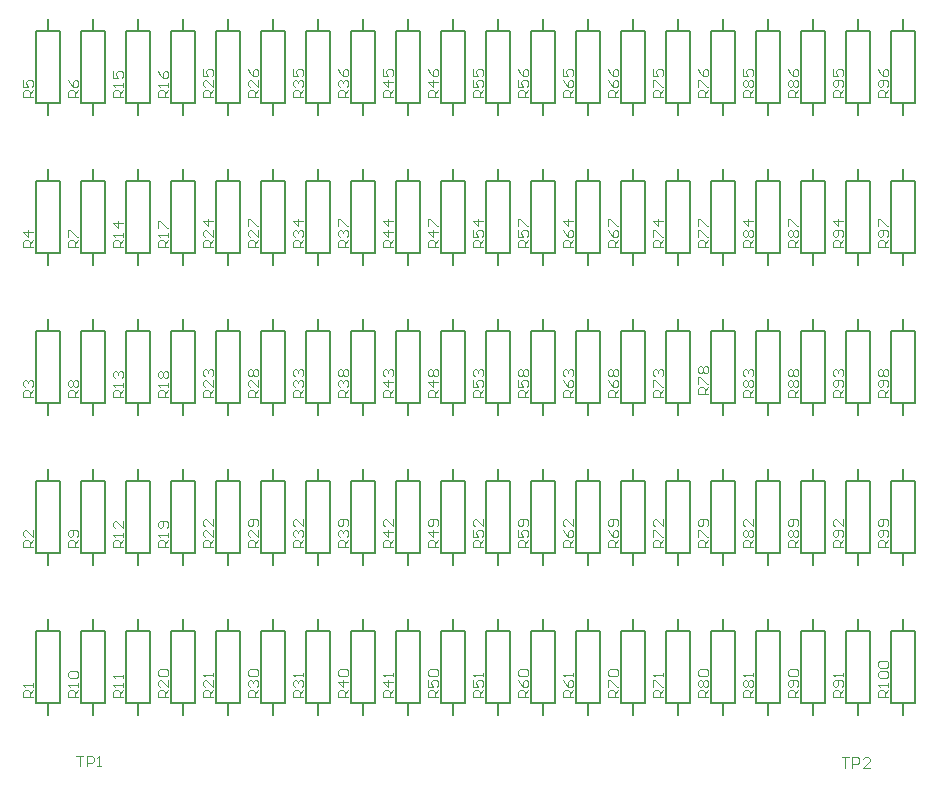
<source format=gto>
%FSLAX25Y25*%
%MOIN*%
G70*
G01*
G75*
%ADD10C,0.05500*%
G04:AMPARAMS|DCode=11|XSize=118.11mil|YSize=118.11mil|CornerRadius=29.53mil|HoleSize=0mil|Usage=FLASHONLY|Rotation=270.000|XOffset=0mil|YOffset=0mil|HoleType=Round|Shape=RoundedRectangle|*
%AMROUNDEDRECTD11*
21,1,0.11811,0.05906,0,0,270.0*
21,1,0.05906,0.11811,0,0,270.0*
1,1,0.05906,-0.02953,-0.02953*
1,1,0.05906,-0.02953,0.02953*
1,1,0.05906,0.02953,0.02953*
1,1,0.05906,0.02953,-0.02953*
%
%ADD11ROUNDEDRECTD11*%
%ADD12C,0.05512*%
%ADD13C,0.00787*%
%ADD14C,0.00400*%
D13*
X254685Y27307D02*
Y31307D01*
Y55307D02*
Y59307D01*
X250685Y31307D02*
Y55307D01*
Y31307D02*
X258685D01*
Y55307D01*
X250685D02*
X258685D01*
X254685Y77307D02*
Y81307D01*
Y105307D02*
Y109307D01*
X250685Y81307D02*
Y105307D01*
Y81307D02*
X258685D01*
Y105307D01*
X250685D02*
X258685D01*
X254685Y127307D02*
Y131307D01*
Y155307D02*
Y159307D01*
X250685Y131307D02*
Y155307D01*
Y131307D02*
X258685D01*
Y155307D01*
X250685D02*
X258685D01*
X254685Y177307D02*
Y181307D01*
Y205307D02*
Y209307D01*
X250685Y181307D02*
Y205307D01*
Y181307D02*
X258685D01*
Y205307D01*
X250685D02*
X258685D01*
X254685Y227307D02*
Y231307D01*
Y255307D02*
Y259307D01*
X250685Y231307D02*
Y255307D01*
Y231307D02*
X258685D01*
Y255307D01*
X250685D02*
X258685D01*
X269685D02*
Y259307D01*
Y227307D02*
Y231307D01*
X273685D02*
Y255307D01*
X265685D02*
X273685D01*
X265685Y231307D02*
Y255307D01*
Y231307D02*
X273685D01*
X269685Y205307D02*
Y209307D01*
Y177307D02*
Y181307D01*
X273685D02*
Y205307D01*
X265685D02*
X273685D01*
X265685Y181307D02*
Y205307D01*
Y181307D02*
X273685D01*
X269685Y155307D02*
Y159307D01*
Y127307D02*
Y131307D01*
X273685D02*
Y155307D01*
X265685D02*
X273685D01*
X265685Y131307D02*
Y155307D01*
Y131307D02*
X273685D01*
X269685Y105307D02*
Y109307D01*
Y77307D02*
Y81307D01*
X273685D02*
Y105307D01*
X265685D02*
X273685D01*
X265685Y81307D02*
Y105307D01*
Y81307D02*
X273685D01*
X269685Y55307D02*
Y59307D01*
Y27307D02*
Y31307D01*
X273685D02*
Y55307D01*
X265685D02*
X273685D01*
X265685Y31307D02*
Y55307D01*
Y31307D02*
X273685D01*
X284685Y27307D02*
Y31307D01*
Y55307D02*
Y59307D01*
X280685Y31307D02*
Y55307D01*
Y31307D02*
X288685D01*
Y55307D01*
X280685D02*
X288685D01*
X284685Y77307D02*
Y81307D01*
Y105307D02*
Y109307D01*
X280685Y81307D02*
Y105307D01*
Y81307D02*
X288685D01*
Y105307D01*
X280685D02*
X288685D01*
X284685Y127307D02*
Y131307D01*
Y155307D02*
Y159307D01*
X280685Y131307D02*
Y155307D01*
Y131307D02*
X288685D01*
Y155307D01*
X280685D02*
X288685D01*
X284685Y177307D02*
Y181307D01*
Y205307D02*
Y209307D01*
X280685Y181307D02*
Y205307D01*
Y181307D02*
X288685D01*
Y205307D01*
X280685D02*
X288685D01*
X284685Y227307D02*
Y231307D01*
Y255307D02*
Y259307D01*
X280685Y231307D02*
Y255307D01*
Y231307D02*
X288685D01*
Y255307D01*
X280685D02*
X288685D01*
X299685D02*
Y259307D01*
Y227307D02*
Y231307D01*
X303685D02*
Y255307D01*
X295685D02*
X303685D01*
X295685Y231307D02*
Y255307D01*
Y231307D02*
X303685D01*
X299685Y205307D02*
Y209307D01*
Y177307D02*
Y181307D01*
X303685D02*
Y205307D01*
X295685D02*
X303685D01*
X295685Y181307D02*
Y205307D01*
Y181307D02*
X303685D01*
X299685Y155307D02*
Y159307D01*
Y127307D02*
Y131307D01*
X303685D02*
Y155307D01*
X295685D02*
X303685D01*
X295685Y131307D02*
Y155307D01*
Y131307D02*
X303685D01*
X299685Y105307D02*
Y109307D01*
Y77307D02*
Y81307D01*
X303685D02*
Y105307D01*
X295685D02*
X303685D01*
X295685Y81307D02*
Y105307D01*
Y81307D02*
X303685D01*
X299685Y55307D02*
Y59307D01*
Y27307D02*
Y31307D01*
X303685D02*
Y55307D01*
X295685D02*
X303685D01*
X295685Y31307D02*
Y55307D01*
Y31307D02*
X303685D01*
X194685Y27307D02*
Y31307D01*
Y55307D02*
Y59307D01*
X190685Y31307D02*
Y55307D01*
Y31307D02*
X198685D01*
Y55307D01*
X190685D02*
X198685D01*
X194685Y77307D02*
Y81307D01*
Y105307D02*
Y109307D01*
X190685Y81307D02*
Y105307D01*
Y81307D02*
X198685D01*
Y105307D01*
X190685D02*
X198685D01*
X194685Y127307D02*
Y131307D01*
Y155307D02*
Y159307D01*
X190685Y131307D02*
Y155307D01*
Y131307D02*
X198685D01*
Y155307D01*
X190685D02*
X198685D01*
X194685Y177307D02*
Y181307D01*
Y205307D02*
Y209307D01*
X190685Y181307D02*
Y205307D01*
Y181307D02*
X198685D01*
Y205307D01*
X190685D02*
X198685D01*
X194685Y227307D02*
Y231307D01*
Y255307D02*
Y259307D01*
X190685Y231307D02*
Y255307D01*
Y231307D02*
X198685D01*
Y255307D01*
X190685D02*
X198685D01*
X209685D02*
Y259307D01*
Y227307D02*
Y231307D01*
X213685D02*
Y255307D01*
X205685D02*
X213685D01*
X205685Y231307D02*
Y255307D01*
Y231307D02*
X213685D01*
X209685Y205307D02*
Y209307D01*
Y177307D02*
Y181307D01*
X213685D02*
Y205307D01*
X205685D02*
X213685D01*
X205685Y181307D02*
Y205307D01*
Y181307D02*
X213685D01*
X209685Y155307D02*
Y159307D01*
Y127307D02*
Y131307D01*
X213685D02*
Y155307D01*
X205685D02*
X213685D01*
X205685Y131307D02*
Y155307D01*
Y131307D02*
X213685D01*
X209685Y105307D02*
Y109307D01*
Y77307D02*
Y81307D01*
X213685D02*
Y105307D01*
X205685D02*
X213685D01*
X205685Y81307D02*
Y105307D01*
Y81307D02*
X213685D01*
X209685Y55307D02*
Y59307D01*
Y27307D02*
Y31307D01*
X213685D02*
Y55307D01*
X205685D02*
X213685D01*
X205685Y31307D02*
Y55307D01*
Y31307D02*
X213685D01*
X224685Y27307D02*
Y31307D01*
Y55307D02*
Y59307D01*
X220685Y31307D02*
Y55307D01*
Y31307D02*
X228685D01*
Y55307D01*
X220685D02*
X228685D01*
X224685Y77307D02*
Y81307D01*
Y105307D02*
Y109307D01*
X220685Y81307D02*
Y105307D01*
Y81307D02*
X228685D01*
Y105307D01*
X220685D02*
X228685D01*
X224685Y127307D02*
Y131307D01*
Y155307D02*
Y159307D01*
X220685Y131307D02*
Y155307D01*
Y131307D02*
X228685D01*
Y155307D01*
X220685D02*
X228685D01*
X224685Y177307D02*
Y181307D01*
Y205307D02*
Y209307D01*
X220685Y181307D02*
Y205307D01*
Y181307D02*
X228685D01*
Y205307D01*
X220685D02*
X228685D01*
X224685Y227307D02*
Y231307D01*
Y255307D02*
Y259307D01*
X220685Y231307D02*
Y255307D01*
Y231307D02*
X228685D01*
Y255307D01*
X220685D02*
X228685D01*
X239685D02*
Y259307D01*
Y227307D02*
Y231307D01*
X243685D02*
Y255307D01*
X235685D02*
X243685D01*
X235685Y231307D02*
Y255307D01*
Y231307D02*
X243685D01*
X239685Y205307D02*
Y209307D01*
Y177307D02*
Y181307D01*
X243685D02*
Y205307D01*
X235685D02*
X243685D01*
X235685Y181307D02*
Y205307D01*
Y181307D02*
X243685D01*
X239685Y155307D02*
Y159307D01*
Y127307D02*
Y131307D01*
X243685D02*
Y155307D01*
X235685D02*
X243685D01*
X235685Y131307D02*
Y155307D01*
Y131307D02*
X243685D01*
X239685Y105307D02*
Y109307D01*
Y77307D02*
Y81307D01*
X243685D02*
Y105307D01*
X235685D02*
X243685D01*
X235685Y81307D02*
Y105307D01*
Y81307D02*
X243685D01*
X239685Y55307D02*
Y59307D01*
Y27307D02*
Y31307D01*
X243685D02*
Y55307D01*
X235685D02*
X243685D01*
X235685Y31307D02*
Y55307D01*
Y31307D02*
X243685D01*
X134685Y27307D02*
Y31307D01*
Y55307D02*
Y59307D01*
X130685Y31307D02*
Y55307D01*
Y31307D02*
X138685D01*
Y55307D01*
X130685D02*
X138685D01*
X134685Y77307D02*
Y81307D01*
Y105307D02*
Y109307D01*
X130685Y81307D02*
Y105307D01*
Y81307D02*
X138685D01*
Y105307D01*
X130685D02*
X138685D01*
X134685Y127307D02*
Y131307D01*
Y155307D02*
Y159307D01*
X130685Y131307D02*
Y155307D01*
Y131307D02*
X138685D01*
Y155307D01*
X130685D02*
X138685D01*
X134685Y177307D02*
Y181307D01*
Y205307D02*
Y209307D01*
X130685Y181307D02*
Y205307D01*
Y181307D02*
X138685D01*
Y205307D01*
X130685D02*
X138685D01*
X134685Y227307D02*
Y231307D01*
Y255307D02*
Y259307D01*
X130685Y231307D02*
Y255307D01*
Y231307D02*
X138685D01*
Y255307D01*
X130685D02*
X138685D01*
X149685D02*
Y259307D01*
Y227307D02*
Y231307D01*
X153685D02*
Y255307D01*
X145685D02*
X153685D01*
X145685Y231307D02*
Y255307D01*
Y231307D02*
X153685D01*
X149685Y205307D02*
Y209307D01*
Y177307D02*
Y181307D01*
X153685D02*
Y205307D01*
X145685D02*
X153685D01*
X145685Y181307D02*
Y205307D01*
Y181307D02*
X153685D01*
X149685Y155307D02*
Y159307D01*
Y127307D02*
Y131307D01*
X153685D02*
Y155307D01*
X145685D02*
X153685D01*
X145685Y131307D02*
Y155307D01*
Y131307D02*
X153685D01*
X149685Y105307D02*
Y109307D01*
Y77307D02*
Y81307D01*
X153685D02*
Y105307D01*
X145685D02*
X153685D01*
X145685Y81307D02*
Y105307D01*
Y81307D02*
X153685D01*
X149685Y55307D02*
Y59307D01*
Y27307D02*
Y31307D01*
X153685D02*
Y55307D01*
X145685D02*
X153685D01*
X145685Y31307D02*
Y55307D01*
Y31307D02*
X153685D01*
X164685Y27307D02*
Y31307D01*
Y55307D02*
Y59307D01*
X160685Y31307D02*
Y55307D01*
Y31307D02*
X168685D01*
Y55307D01*
X160685D02*
X168685D01*
X164685Y77307D02*
Y81307D01*
Y105307D02*
Y109307D01*
X160685Y81307D02*
Y105307D01*
Y81307D02*
X168685D01*
Y105307D01*
X160685D02*
X168685D01*
X164685Y127307D02*
Y131307D01*
Y155307D02*
Y159307D01*
X160685Y131307D02*
Y155307D01*
Y131307D02*
X168685D01*
Y155307D01*
X160685D02*
X168685D01*
X164685Y177307D02*
Y181307D01*
Y205307D02*
Y209307D01*
X160685Y181307D02*
Y205307D01*
Y181307D02*
X168685D01*
Y205307D01*
X160685D02*
X168685D01*
X164685Y227307D02*
Y231307D01*
Y255307D02*
Y259307D01*
X160685Y231307D02*
Y255307D01*
Y231307D02*
X168685D01*
Y255307D01*
X160685D02*
X168685D01*
X179685D02*
Y259307D01*
Y227307D02*
Y231307D01*
X183685D02*
Y255307D01*
X175685D02*
X183685D01*
X175685Y231307D02*
Y255307D01*
Y231307D02*
X183685D01*
X179685Y205307D02*
Y209307D01*
Y177307D02*
Y181307D01*
X183685D02*
Y205307D01*
X175685D02*
X183685D01*
X175685Y181307D02*
Y205307D01*
Y181307D02*
X183685D01*
X179685Y155307D02*
Y159307D01*
Y127307D02*
Y131307D01*
X183685D02*
Y155307D01*
X175685D02*
X183685D01*
X175685Y131307D02*
Y155307D01*
Y131307D02*
X183685D01*
X179685Y105307D02*
Y109307D01*
Y77307D02*
Y81307D01*
X183685D02*
Y105307D01*
X175685D02*
X183685D01*
X175685Y81307D02*
Y105307D01*
Y81307D02*
X183685D01*
X179685Y55307D02*
Y59307D01*
Y27307D02*
Y31307D01*
X183685D02*
Y55307D01*
X175685D02*
X183685D01*
X175685Y31307D02*
Y55307D01*
Y31307D02*
X183685D01*
X74685Y27307D02*
Y31307D01*
Y55307D02*
Y59307D01*
X70685Y31307D02*
Y55307D01*
Y31307D02*
X78685D01*
Y55307D01*
X70685D02*
X78685D01*
X74685Y77307D02*
Y81307D01*
Y105307D02*
Y109307D01*
X70685Y81307D02*
Y105307D01*
Y81307D02*
X78685D01*
Y105307D01*
X70685D02*
X78685D01*
X74685Y127307D02*
Y131307D01*
Y155307D02*
Y159307D01*
X70685Y131307D02*
Y155307D01*
Y131307D02*
X78685D01*
Y155307D01*
X70685D02*
X78685D01*
X74685Y177307D02*
Y181307D01*
Y205307D02*
Y209307D01*
X70685Y181307D02*
Y205307D01*
Y181307D02*
X78685D01*
Y205307D01*
X70685D02*
X78685D01*
X74685Y227307D02*
Y231307D01*
Y255307D02*
Y259307D01*
X70685Y231307D02*
Y255307D01*
Y231307D02*
X78685D01*
Y255307D01*
X70685D02*
X78685D01*
X89685D02*
Y259307D01*
Y227307D02*
Y231307D01*
X93685D02*
Y255307D01*
X85685D02*
X93685D01*
X85685Y231307D02*
Y255307D01*
Y231307D02*
X93685D01*
X89685Y205307D02*
Y209307D01*
Y177307D02*
Y181307D01*
X93685D02*
Y205307D01*
X85685D02*
X93685D01*
X85685Y181307D02*
Y205307D01*
Y181307D02*
X93685D01*
X89685Y155307D02*
Y159307D01*
Y127307D02*
Y131307D01*
X93685D02*
Y155307D01*
X85685D02*
X93685D01*
X85685Y131307D02*
Y155307D01*
Y131307D02*
X93685D01*
X89685Y105307D02*
Y109307D01*
Y77307D02*
Y81307D01*
X93685D02*
Y105307D01*
X85685D02*
X93685D01*
X85685Y81307D02*
Y105307D01*
Y81307D02*
X93685D01*
X89685Y55307D02*
Y59307D01*
Y27307D02*
Y31307D01*
X93685D02*
Y55307D01*
X85685D02*
X93685D01*
X85685Y31307D02*
Y55307D01*
Y31307D02*
X93685D01*
X104685Y27307D02*
Y31307D01*
Y55307D02*
Y59307D01*
X100685Y31307D02*
Y55307D01*
Y31307D02*
X108685D01*
Y55307D01*
X100685D02*
X108685D01*
X104685Y77307D02*
Y81307D01*
Y105307D02*
Y109307D01*
X100685Y81307D02*
Y105307D01*
Y81307D02*
X108685D01*
Y105307D01*
X100685D02*
X108685D01*
X104685Y127307D02*
Y131307D01*
Y155307D02*
Y159307D01*
X100685Y131307D02*
Y155307D01*
Y131307D02*
X108685D01*
Y155307D01*
X100685D02*
X108685D01*
X104685Y177307D02*
Y181307D01*
Y205307D02*
Y209307D01*
X100685Y181307D02*
Y205307D01*
Y181307D02*
X108685D01*
Y205307D01*
X100685D02*
X108685D01*
X104685Y227307D02*
Y231307D01*
Y255307D02*
Y259307D01*
X100685Y231307D02*
Y255307D01*
Y231307D02*
X108685D01*
Y255307D01*
X100685D02*
X108685D01*
X119685D02*
Y259307D01*
Y227307D02*
Y231307D01*
X123685D02*
Y255307D01*
X115685D02*
X123685D01*
X115685Y231307D02*
Y255307D01*
Y231307D02*
X123685D01*
X119685Y205307D02*
Y209307D01*
Y177307D02*
Y181307D01*
X123685D02*
Y205307D01*
X115685D02*
X123685D01*
X115685Y181307D02*
Y205307D01*
Y181307D02*
X123685D01*
X119685Y155307D02*
Y159307D01*
Y127307D02*
Y131307D01*
X123685D02*
Y155307D01*
X115685D02*
X123685D01*
X115685Y131307D02*
Y155307D01*
Y131307D02*
X123685D01*
X119685Y105307D02*
Y109307D01*
Y77307D02*
Y81307D01*
X123685D02*
Y105307D01*
X115685D02*
X123685D01*
X115685Y81307D02*
Y105307D01*
Y81307D02*
X123685D01*
X119685Y55307D02*
Y59307D01*
Y27307D02*
Y31307D01*
X123685D02*
Y55307D01*
X115685D02*
X123685D01*
X115685Y31307D02*
Y55307D01*
Y31307D02*
X123685D01*
X14685Y27307D02*
Y31307D01*
Y55307D02*
Y59307D01*
X10685Y31307D02*
Y55307D01*
Y31307D02*
X18685D01*
Y55307D01*
X10685D02*
X18685D01*
X14685Y77307D02*
Y81307D01*
Y105307D02*
Y109307D01*
X10685Y81307D02*
Y105307D01*
Y81307D02*
X18685D01*
Y105307D01*
X10685D02*
X18685D01*
X14685Y127307D02*
Y131307D01*
Y155307D02*
Y159307D01*
X10685Y131307D02*
Y155307D01*
Y131307D02*
X18685D01*
Y155307D01*
X10685D02*
X18685D01*
X14685Y177307D02*
Y181307D01*
Y205307D02*
Y209307D01*
X10685Y181307D02*
Y205307D01*
Y181307D02*
X18685D01*
Y205307D01*
X10685D02*
X18685D01*
X14685Y227307D02*
Y231307D01*
Y255307D02*
Y259307D01*
X10685Y231307D02*
Y255307D01*
Y231307D02*
X18685D01*
Y255307D01*
X10685D02*
X18685D01*
X29685D02*
Y259307D01*
Y227307D02*
Y231307D01*
X33685D02*
Y255307D01*
X25685D02*
X33685D01*
X25685Y231307D02*
Y255307D01*
Y231307D02*
X33685D01*
X29685Y205307D02*
Y209307D01*
Y177307D02*
Y181307D01*
X33685D02*
Y205307D01*
X25685D02*
X33685D01*
X25685Y181307D02*
Y205307D01*
Y181307D02*
X33685D01*
X29685Y155307D02*
Y159307D01*
Y127307D02*
Y131307D01*
X33685D02*
Y155307D01*
X25685D02*
X33685D01*
X25685Y131307D02*
Y155307D01*
Y131307D02*
X33685D01*
X29685Y105307D02*
Y109307D01*
Y77307D02*
Y81307D01*
X33685D02*
Y105307D01*
X25685D02*
X33685D01*
X25685Y81307D02*
Y105307D01*
Y81307D02*
X33685D01*
X29685Y55307D02*
Y59307D01*
Y27307D02*
Y31307D01*
X33685D02*
Y55307D01*
X25685D02*
X33685D01*
X25685Y31307D02*
Y55307D01*
Y31307D02*
X33685D01*
X44685Y27307D02*
Y31307D01*
Y55307D02*
Y59307D01*
X40685Y31307D02*
Y55307D01*
Y31307D02*
X48685D01*
Y55307D01*
X40685D02*
X48685D01*
X44685Y77307D02*
Y81307D01*
Y105307D02*
Y109307D01*
X40685Y81307D02*
Y105307D01*
Y81307D02*
X48685D01*
Y105307D01*
X40685D02*
X48685D01*
X44685Y127307D02*
Y131307D01*
Y155307D02*
Y159307D01*
X40685Y131307D02*
Y155307D01*
Y131307D02*
X48685D01*
Y155307D01*
X40685D02*
X48685D01*
X44685Y177307D02*
Y181307D01*
Y205307D02*
Y209307D01*
X40685Y181307D02*
Y205307D01*
Y181307D02*
X48685D01*
Y205307D01*
X40685D02*
X48685D01*
X44685Y227307D02*
Y231307D01*
Y255307D02*
Y259307D01*
X40685Y231307D02*
Y255307D01*
Y231307D02*
X48685D01*
Y255307D01*
X40685D02*
X48685D01*
X59685D02*
Y259307D01*
Y227307D02*
Y231307D01*
X63685D02*
Y255307D01*
X55685D02*
X63685D01*
X55685Y231307D02*
Y255307D01*
Y231307D02*
X63685D01*
X59685Y205307D02*
Y209307D01*
Y177307D02*
Y181307D01*
X63685D02*
Y205307D01*
X55685D02*
X63685D01*
X55685Y181307D02*
Y205307D01*
Y181307D02*
X63685D01*
X59685Y155307D02*
Y159307D01*
Y127307D02*
Y131307D01*
X63685D02*
Y155307D01*
X55685D02*
X63685D01*
X55685Y131307D02*
Y155307D01*
Y131307D02*
X63685D01*
X59685Y105307D02*
Y109307D01*
Y77307D02*
Y81307D01*
X63685D02*
Y105307D01*
X55685D02*
X63685D01*
X55685Y81307D02*
Y105307D01*
Y81307D02*
X63685D01*
X59685Y55307D02*
Y59307D01*
Y27307D02*
Y31307D01*
X63685D02*
Y55307D01*
X55685D02*
X63685D01*
X55685Y31307D02*
Y55307D01*
Y31307D02*
X63685D01*
D14*
X24016Y13735D02*
X26348D01*
X25182D01*
Y10236D01*
X27515D02*
Y13735D01*
X29264D01*
X29847Y13152D01*
Y11986D01*
X29264Y11402D01*
X27515D01*
X31014Y10236D02*
X32180D01*
X31597D01*
Y13735D01*
X31014Y13152D01*
X279134Y13341D02*
X281466D01*
X280300D01*
Y9843D01*
X282633D02*
Y13341D01*
X284382D01*
X284965Y12758D01*
Y11592D01*
X284382Y11009D01*
X282633D01*
X288464Y9843D02*
X286132D01*
X288464Y12175D01*
Y12758D01*
X287881Y13341D01*
X286715D01*
X286132Y12758D01*
X9685Y33307D02*
X6186D01*
Y35056D01*
X6769Y35640D01*
X7936D01*
X8519Y35056D01*
Y33307D01*
Y34473D02*
X9685Y35640D01*
Y36806D02*
Y37972D01*
Y37389D01*
X6186D01*
X6769Y36806D01*
X9685Y83307D02*
X6186D01*
Y85057D01*
X6769Y85640D01*
X7936D01*
X8519Y85057D01*
Y83307D01*
Y84473D02*
X9685Y85640D01*
Y89139D02*
Y86806D01*
X7352Y89139D01*
X6769D01*
X6186Y88555D01*
Y87389D01*
X6769Y86806D01*
X9685Y133307D02*
X6186D01*
Y135056D01*
X6769Y135640D01*
X7936D01*
X8519Y135056D01*
Y133307D01*
Y134473D02*
X9685Y135640D01*
X6769Y136806D02*
X6186Y137389D01*
Y138555D01*
X6769Y139138D01*
X7352D01*
X7936Y138555D01*
Y137972D01*
Y138555D01*
X8519Y139138D01*
X9102D01*
X9685Y138555D01*
Y137389D01*
X9102Y136806D01*
X9685Y183307D02*
X6186D01*
Y185056D01*
X6769Y185640D01*
X7936D01*
X8519Y185056D01*
Y183307D01*
Y184473D02*
X9685Y185640D01*
Y188555D02*
X6186D01*
X7936Y186806D01*
Y189138D01*
X9685Y233307D02*
X6186D01*
Y235056D01*
X6769Y235640D01*
X7936D01*
X8519Y235056D01*
Y233307D01*
Y234473D02*
X9685Y235640D01*
X6186Y239139D02*
Y236806D01*
X7936D01*
X7352Y237972D01*
Y238555D01*
X7936Y239139D01*
X9102D01*
X9685Y238555D01*
Y237389D01*
X9102Y236806D01*
X24685Y233307D02*
X21186D01*
Y235056D01*
X21769Y235640D01*
X22936D01*
X23519Y235056D01*
Y233307D01*
Y234473D02*
X24685Y235640D01*
X21186Y239139D02*
X21769Y237972D01*
X22936Y236806D01*
X24102D01*
X24685Y237389D01*
Y238555D01*
X24102Y239139D01*
X23519D01*
X22936Y238555D01*
Y236806D01*
X24685Y183307D02*
X21186D01*
Y185056D01*
X21769Y185640D01*
X22936D01*
X23519Y185056D01*
Y183307D01*
Y184473D02*
X24685Y185640D01*
X21186Y186806D02*
Y189138D01*
X21769D01*
X24102Y186806D01*
X24685D01*
Y133307D02*
X21186D01*
Y135056D01*
X21769Y135640D01*
X22936D01*
X23519Y135056D01*
Y133307D01*
Y134473D02*
X24685Y135640D01*
X21769Y136806D02*
X21186Y137389D01*
Y138555D01*
X21769Y139138D01*
X22353D01*
X22936Y138555D01*
X23519Y139138D01*
X24102D01*
X24685Y138555D01*
Y137389D01*
X24102Y136806D01*
X23519D01*
X22936Y137389D01*
X22353Y136806D01*
X21769D01*
X22936Y137389D02*
Y138555D01*
X24685Y83307D02*
X21186D01*
Y85057D01*
X21769Y85640D01*
X22936D01*
X23519Y85057D01*
Y83307D01*
Y84473D02*
X24685Y85640D01*
X24102Y86806D02*
X24685Y87389D01*
Y88555D01*
X24102Y89139D01*
X21769D01*
X21186Y88555D01*
Y87389D01*
X21769Y86806D01*
X22353D01*
X22936Y87389D01*
Y89139D01*
X24685Y33307D02*
X21186D01*
Y35056D01*
X21769Y35640D01*
X22936D01*
X23519Y35056D01*
Y33307D01*
Y34473D02*
X24685Y35640D01*
Y36806D02*
Y37972D01*
Y37389D01*
X21186D01*
X21769Y36806D01*
Y39722D02*
X21186Y40305D01*
Y41471D01*
X21769Y42054D01*
X24102D01*
X24685Y41471D01*
Y40305D01*
X24102Y39722D01*
X21769D01*
X39685Y33307D02*
X36186D01*
Y35056D01*
X36769Y35640D01*
X37936D01*
X38519Y35056D01*
Y33307D01*
Y34473D02*
X39685Y35640D01*
Y36806D02*
Y37972D01*
Y37389D01*
X36186D01*
X36769Y36806D01*
X39685Y39722D02*
Y40888D01*
Y40305D01*
X36186D01*
X36769Y39722D01*
X39685Y83307D02*
X36186D01*
Y85057D01*
X36769Y85640D01*
X37936D01*
X38519Y85057D01*
Y83307D01*
Y84473D02*
X39685Y85640D01*
Y86806D02*
Y87972D01*
Y87389D01*
X36186D01*
X36769Y86806D01*
X39685Y92054D02*
Y89722D01*
X37352Y92054D01*
X36769D01*
X36186Y91471D01*
Y90305D01*
X36769Y89722D01*
X39685Y133307D02*
X36186D01*
Y135056D01*
X36769Y135640D01*
X37936D01*
X38519Y135056D01*
Y133307D01*
Y134473D02*
X39685Y135640D01*
Y136806D02*
Y137972D01*
Y137389D01*
X36186D01*
X36769Y136806D01*
Y139722D02*
X36186Y140305D01*
Y141471D01*
X36769Y142054D01*
X37352D01*
X37936Y141471D01*
Y140888D01*
Y141471D01*
X38519Y142054D01*
X39102D01*
X39685Y141471D01*
Y140305D01*
X39102Y139722D01*
X39685Y183307D02*
X36186D01*
Y185056D01*
X36769Y185640D01*
X37936D01*
X38519Y185056D01*
Y183307D01*
Y184473D02*
X39685Y185640D01*
Y186806D02*
Y187972D01*
Y187389D01*
X36186D01*
X36769Y186806D01*
X39685Y191471D02*
X36186D01*
X37936Y189722D01*
Y192054D01*
X39685Y233307D02*
X36186D01*
Y235056D01*
X36769Y235640D01*
X37936D01*
X38519Y235056D01*
Y233307D01*
Y234473D02*
X39685Y235640D01*
Y236806D02*
Y237972D01*
Y237389D01*
X36186D01*
X36769Y236806D01*
X36186Y242054D02*
Y239722D01*
X37936D01*
X37352Y240888D01*
Y241471D01*
X37936Y242054D01*
X39102D01*
X39685Y241471D01*
Y240305D01*
X39102Y239722D01*
X54685Y233307D02*
X51186D01*
Y235056D01*
X51769Y235640D01*
X52936D01*
X53519Y235056D01*
Y233307D01*
Y234473D02*
X54685Y235640D01*
Y236806D02*
Y237972D01*
Y237389D01*
X51186D01*
X51769Y236806D01*
X51186Y242054D02*
X51769Y240888D01*
X52936Y239722D01*
X54102D01*
X54685Y240305D01*
Y241471D01*
X54102Y242054D01*
X53519D01*
X52936Y241471D01*
Y239722D01*
X54685Y183307D02*
X51186D01*
Y185056D01*
X51769Y185640D01*
X52936D01*
X53519Y185056D01*
Y183307D01*
Y184473D02*
X54685Y185640D01*
Y186806D02*
Y187972D01*
Y187389D01*
X51186D01*
X51769Y186806D01*
X51186Y189722D02*
Y192054D01*
X51769D01*
X54102Y189722D01*
X54685D01*
Y133307D02*
X51186D01*
Y135056D01*
X51769Y135640D01*
X52936D01*
X53519Y135056D01*
Y133307D01*
Y134473D02*
X54685Y135640D01*
Y136806D02*
Y137972D01*
Y137389D01*
X51186D01*
X51769Y136806D01*
Y139722D02*
X51186Y140305D01*
Y141471D01*
X51769Y142054D01*
X52352D01*
X52936Y141471D01*
X53519Y142054D01*
X54102D01*
X54685Y141471D01*
Y140305D01*
X54102Y139722D01*
X53519D01*
X52936Y140305D01*
X52352Y139722D01*
X51769D01*
X52936Y140305D02*
Y141471D01*
X54685Y83307D02*
X51186D01*
Y85057D01*
X51769Y85640D01*
X52936D01*
X53519Y85057D01*
Y83307D01*
Y84473D02*
X54685Y85640D01*
Y86806D02*
Y87972D01*
Y87389D01*
X51186D01*
X51769Y86806D01*
X54102Y89722D02*
X54685Y90305D01*
Y91471D01*
X54102Y92054D01*
X51769D01*
X51186Y91471D01*
Y90305D01*
X51769Y89722D01*
X52352D01*
X52936Y90305D01*
Y92054D01*
X54685Y33307D02*
X51186D01*
Y35056D01*
X51769Y35640D01*
X52936D01*
X53519Y35056D01*
Y33307D01*
Y34473D02*
X54685Y35640D01*
Y39138D02*
Y36806D01*
X52352Y39138D01*
X51769D01*
X51186Y38555D01*
Y37389D01*
X51769Y36806D01*
Y40305D02*
X51186Y40888D01*
Y42054D01*
X51769Y42637D01*
X54102D01*
X54685Y42054D01*
Y40888D01*
X54102Y40305D01*
X51769D01*
X69685Y33307D02*
X66186D01*
Y35056D01*
X66769Y35640D01*
X67936D01*
X68519Y35056D01*
Y33307D01*
Y34473D02*
X69685Y35640D01*
Y39138D02*
Y36806D01*
X67352Y39138D01*
X66769D01*
X66186Y38555D01*
Y37389D01*
X66769Y36806D01*
X69685Y40305D02*
Y41471D01*
Y40888D01*
X66186D01*
X66769Y40305D01*
X69685Y83307D02*
X66186D01*
Y85057D01*
X66769Y85640D01*
X67936D01*
X68519Y85057D01*
Y83307D01*
Y84473D02*
X69685Y85640D01*
Y89139D02*
Y86806D01*
X67352Y89139D01*
X66769D01*
X66186Y88555D01*
Y87389D01*
X66769Y86806D01*
X69685Y92637D02*
Y90305D01*
X67352Y92637D01*
X66769D01*
X66186Y92054D01*
Y90888D01*
X66769Y90305D01*
X69685Y133307D02*
X66186D01*
Y135056D01*
X66769Y135640D01*
X67936D01*
X68519Y135056D01*
Y133307D01*
Y134473D02*
X69685Y135640D01*
Y139138D02*
Y136806D01*
X67352Y139138D01*
X66769D01*
X66186Y138555D01*
Y137389D01*
X66769Y136806D01*
Y140305D02*
X66186Y140888D01*
Y142054D01*
X66769Y142637D01*
X67352D01*
X67936Y142054D01*
Y141471D01*
Y142054D01*
X68519Y142637D01*
X69102D01*
X69685Y142054D01*
Y140888D01*
X69102Y140305D01*
X69685Y183307D02*
X66186D01*
Y185056D01*
X66769Y185640D01*
X67936D01*
X68519Y185056D01*
Y183307D01*
Y184473D02*
X69685Y185640D01*
Y189138D02*
Y186806D01*
X67352Y189138D01*
X66769D01*
X66186Y188555D01*
Y187389D01*
X66769Y186806D01*
X69685Y192054D02*
X66186D01*
X67936Y190305D01*
Y192637D01*
X69685Y233307D02*
X66186D01*
Y235056D01*
X66769Y235640D01*
X67936D01*
X68519Y235056D01*
Y233307D01*
Y234473D02*
X69685Y235640D01*
Y239139D02*
Y236806D01*
X67352Y239139D01*
X66769D01*
X66186Y238555D01*
Y237389D01*
X66769Y236806D01*
X66186Y242637D02*
Y240305D01*
X67936D01*
X67352Y241471D01*
Y242054D01*
X67936Y242637D01*
X69102D01*
X69685Y242054D01*
Y240888D01*
X69102Y240305D01*
X84685Y233307D02*
X81186D01*
Y235056D01*
X81769Y235640D01*
X82936D01*
X83519Y235056D01*
Y233307D01*
Y234473D02*
X84685Y235640D01*
Y239139D02*
Y236806D01*
X82353Y239139D01*
X81769D01*
X81186Y238555D01*
Y237389D01*
X81769Y236806D01*
X81186Y242637D02*
X81769Y241471D01*
X82936Y240305D01*
X84102D01*
X84685Y240888D01*
Y242054D01*
X84102Y242637D01*
X83519D01*
X82936Y242054D01*
Y240305D01*
X84685Y183307D02*
X81186D01*
Y185056D01*
X81769Y185640D01*
X82936D01*
X83519Y185056D01*
Y183307D01*
Y184473D02*
X84685Y185640D01*
Y189138D02*
Y186806D01*
X82353Y189138D01*
X81769D01*
X81186Y188555D01*
Y187389D01*
X81769Y186806D01*
X81186Y190305D02*
Y192637D01*
X81769D01*
X84102Y190305D01*
X84685D01*
Y133307D02*
X81186D01*
Y135056D01*
X81769Y135640D01*
X82936D01*
X83519Y135056D01*
Y133307D01*
Y134473D02*
X84685Y135640D01*
Y139138D02*
Y136806D01*
X82353Y139138D01*
X81769D01*
X81186Y138555D01*
Y137389D01*
X81769Y136806D01*
Y140305D02*
X81186Y140888D01*
Y142054D01*
X81769Y142637D01*
X82353D01*
X82936Y142054D01*
X83519Y142637D01*
X84102D01*
X84685Y142054D01*
Y140888D01*
X84102Y140305D01*
X83519D01*
X82936Y140888D01*
X82353Y140305D01*
X81769D01*
X82936Y140888D02*
Y142054D01*
X84685Y83307D02*
X81186D01*
Y85057D01*
X81769Y85640D01*
X82936D01*
X83519Y85057D01*
Y83307D01*
Y84473D02*
X84685Y85640D01*
Y89139D02*
Y86806D01*
X82353Y89139D01*
X81769D01*
X81186Y88555D01*
Y87389D01*
X81769Y86806D01*
X84102Y90305D02*
X84685Y90888D01*
Y92054D01*
X84102Y92637D01*
X81769D01*
X81186Y92054D01*
Y90888D01*
X81769Y90305D01*
X82353D01*
X82936Y90888D01*
Y92637D01*
X84685Y33307D02*
X81186D01*
Y35056D01*
X81769Y35640D01*
X82936D01*
X83519Y35056D01*
Y33307D01*
Y34473D02*
X84685Y35640D01*
X81769Y36806D02*
X81186Y37389D01*
Y38555D01*
X81769Y39138D01*
X82353D01*
X82936Y38555D01*
Y37972D01*
Y38555D01*
X83519Y39138D01*
X84102D01*
X84685Y38555D01*
Y37389D01*
X84102Y36806D01*
X81769Y40305D02*
X81186Y40888D01*
Y42054D01*
X81769Y42637D01*
X84102D01*
X84685Y42054D01*
Y40888D01*
X84102Y40305D01*
X81769D01*
X99685Y33307D02*
X96186D01*
Y35056D01*
X96769Y35640D01*
X97936D01*
X98519Y35056D01*
Y33307D01*
Y34473D02*
X99685Y35640D01*
X96769Y36806D02*
X96186Y37389D01*
Y38555D01*
X96769Y39138D01*
X97352D01*
X97936Y38555D01*
Y37972D01*
Y38555D01*
X98519Y39138D01*
X99102D01*
X99685Y38555D01*
Y37389D01*
X99102Y36806D01*
X99685Y40305D02*
Y41471D01*
Y40888D01*
X96186D01*
X96769Y40305D01*
X99685Y83307D02*
X96186D01*
Y85057D01*
X96769Y85640D01*
X97936D01*
X98519Y85057D01*
Y83307D01*
Y84473D02*
X99685Y85640D01*
X96769Y86806D02*
X96186Y87389D01*
Y88555D01*
X96769Y89139D01*
X97352D01*
X97936Y88555D01*
Y87972D01*
Y88555D01*
X98519Y89139D01*
X99102D01*
X99685Y88555D01*
Y87389D01*
X99102Y86806D01*
X99685Y92637D02*
Y90305D01*
X97352Y92637D01*
X96769D01*
X96186Y92054D01*
Y90888D01*
X96769Y90305D01*
X99685Y133307D02*
X96186D01*
Y135056D01*
X96769Y135640D01*
X97936D01*
X98519Y135056D01*
Y133307D01*
Y134473D02*
X99685Y135640D01*
X96769Y136806D02*
X96186Y137389D01*
Y138555D01*
X96769Y139138D01*
X97352D01*
X97936Y138555D01*
Y137972D01*
Y138555D01*
X98519Y139138D01*
X99102D01*
X99685Y138555D01*
Y137389D01*
X99102Y136806D01*
X96769Y140305D02*
X96186Y140888D01*
Y142054D01*
X96769Y142637D01*
X97352D01*
X97936Y142054D01*
Y141471D01*
Y142054D01*
X98519Y142637D01*
X99102D01*
X99685Y142054D01*
Y140888D01*
X99102Y140305D01*
X99685Y183307D02*
X96186D01*
Y185056D01*
X96769Y185640D01*
X97936D01*
X98519Y185056D01*
Y183307D01*
Y184473D02*
X99685Y185640D01*
X96769Y186806D02*
X96186Y187389D01*
Y188555D01*
X96769Y189138D01*
X97352D01*
X97936Y188555D01*
Y187972D01*
Y188555D01*
X98519Y189138D01*
X99102D01*
X99685Y188555D01*
Y187389D01*
X99102Y186806D01*
X99685Y192054D02*
X96186D01*
X97936Y190305D01*
Y192637D01*
X99685Y233307D02*
X96186D01*
Y235056D01*
X96769Y235640D01*
X97936D01*
X98519Y235056D01*
Y233307D01*
Y234473D02*
X99685Y235640D01*
X96769Y236806D02*
X96186Y237389D01*
Y238555D01*
X96769Y239139D01*
X97352D01*
X97936Y238555D01*
Y237972D01*
Y238555D01*
X98519Y239139D01*
X99102D01*
X99685Y238555D01*
Y237389D01*
X99102Y236806D01*
X96186Y242637D02*
Y240305D01*
X97936D01*
X97352Y241471D01*
Y242054D01*
X97936Y242637D01*
X99102D01*
X99685Y242054D01*
Y240888D01*
X99102Y240305D01*
X114685Y233307D02*
X111186D01*
Y235056D01*
X111769Y235640D01*
X112936D01*
X113519Y235056D01*
Y233307D01*
Y234473D02*
X114685Y235640D01*
X111769Y236806D02*
X111186Y237389D01*
Y238555D01*
X111769Y239139D01*
X112353D01*
X112936Y238555D01*
Y237972D01*
Y238555D01*
X113519Y239139D01*
X114102D01*
X114685Y238555D01*
Y237389D01*
X114102Y236806D01*
X111186Y242637D02*
X111769Y241471D01*
X112936Y240305D01*
X114102D01*
X114685Y240888D01*
Y242054D01*
X114102Y242637D01*
X113519D01*
X112936Y242054D01*
Y240305D01*
X114685Y183307D02*
X111186D01*
Y185056D01*
X111769Y185640D01*
X112936D01*
X113519Y185056D01*
Y183307D01*
Y184473D02*
X114685Y185640D01*
X111769Y186806D02*
X111186Y187389D01*
Y188555D01*
X111769Y189138D01*
X112353D01*
X112936Y188555D01*
Y187972D01*
Y188555D01*
X113519Y189138D01*
X114102D01*
X114685Y188555D01*
Y187389D01*
X114102Y186806D01*
X111186Y190305D02*
Y192637D01*
X111769D01*
X114102Y190305D01*
X114685D01*
Y133307D02*
X111186D01*
Y135056D01*
X111769Y135640D01*
X112936D01*
X113519Y135056D01*
Y133307D01*
Y134473D02*
X114685Y135640D01*
X111769Y136806D02*
X111186Y137389D01*
Y138555D01*
X111769Y139138D01*
X112353D01*
X112936Y138555D01*
Y137972D01*
Y138555D01*
X113519Y139138D01*
X114102D01*
X114685Y138555D01*
Y137389D01*
X114102Y136806D01*
X111769Y140305D02*
X111186Y140888D01*
Y142054D01*
X111769Y142637D01*
X112353D01*
X112936Y142054D01*
X113519Y142637D01*
X114102D01*
X114685Y142054D01*
Y140888D01*
X114102Y140305D01*
X113519D01*
X112936Y140888D01*
X112353Y140305D01*
X111769D01*
X112936Y140888D02*
Y142054D01*
X114685Y83307D02*
X111186D01*
Y85057D01*
X111769Y85640D01*
X112936D01*
X113519Y85057D01*
Y83307D01*
Y84473D02*
X114685Y85640D01*
X111769Y86806D02*
X111186Y87389D01*
Y88555D01*
X111769Y89139D01*
X112353D01*
X112936Y88555D01*
Y87972D01*
Y88555D01*
X113519Y89139D01*
X114102D01*
X114685Y88555D01*
Y87389D01*
X114102Y86806D01*
Y90305D02*
X114685Y90888D01*
Y92054D01*
X114102Y92637D01*
X111769D01*
X111186Y92054D01*
Y90888D01*
X111769Y90305D01*
X112353D01*
X112936Y90888D01*
Y92637D01*
X114685Y33307D02*
X111186D01*
Y35056D01*
X111769Y35640D01*
X112936D01*
X113519Y35056D01*
Y33307D01*
Y34473D02*
X114685Y35640D01*
Y38555D02*
X111186D01*
X112936Y36806D01*
Y39138D01*
X111769Y40305D02*
X111186Y40888D01*
Y42054D01*
X111769Y42637D01*
X114102D01*
X114685Y42054D01*
Y40888D01*
X114102Y40305D01*
X111769D01*
X129685Y33307D02*
X126186D01*
Y35056D01*
X126769Y35640D01*
X127936D01*
X128519Y35056D01*
Y33307D01*
Y34473D02*
X129685Y35640D01*
Y38555D02*
X126186D01*
X127936Y36806D01*
Y39138D01*
X129685Y40305D02*
Y41471D01*
Y40888D01*
X126186D01*
X126769Y40305D01*
X129685Y83307D02*
X126186D01*
Y85057D01*
X126769Y85640D01*
X127936D01*
X128519Y85057D01*
Y83307D01*
Y84473D02*
X129685Y85640D01*
Y88555D02*
X126186D01*
X127936Y86806D01*
Y89139D01*
X129685Y92637D02*
Y90305D01*
X127352Y92637D01*
X126769D01*
X126186Y92054D01*
Y90888D01*
X126769Y90305D01*
X129685Y133307D02*
X126186D01*
Y135056D01*
X126769Y135640D01*
X127936D01*
X128519Y135056D01*
Y133307D01*
Y134473D02*
X129685Y135640D01*
Y138555D02*
X126186D01*
X127936Y136806D01*
Y139138D01*
X126769Y140305D02*
X126186Y140888D01*
Y142054D01*
X126769Y142637D01*
X127352D01*
X127936Y142054D01*
Y141471D01*
Y142054D01*
X128519Y142637D01*
X129102D01*
X129685Y142054D01*
Y140888D01*
X129102Y140305D01*
X129685Y183307D02*
X126186D01*
Y185056D01*
X126769Y185640D01*
X127936D01*
X128519Y185056D01*
Y183307D01*
Y184473D02*
X129685Y185640D01*
Y188555D02*
X126186D01*
X127936Y186806D01*
Y189138D01*
X129685Y192054D02*
X126186D01*
X127936Y190305D01*
Y192637D01*
X129685Y233307D02*
X126186D01*
Y235056D01*
X126769Y235640D01*
X127936D01*
X128519Y235056D01*
Y233307D01*
Y234473D02*
X129685Y235640D01*
Y238555D02*
X126186D01*
X127936Y236806D01*
Y239139D01*
X126186Y242637D02*
Y240305D01*
X127936D01*
X127352Y241471D01*
Y242054D01*
X127936Y242637D01*
X129102D01*
X129685Y242054D01*
Y240888D01*
X129102Y240305D01*
X144685Y233307D02*
X141186D01*
Y235056D01*
X141769Y235640D01*
X142936D01*
X143519Y235056D01*
Y233307D01*
Y234473D02*
X144685Y235640D01*
Y238555D02*
X141186D01*
X142936Y236806D01*
Y239139D01*
X141186Y242637D02*
X141769Y241471D01*
X142936Y240305D01*
X144102D01*
X144685Y240888D01*
Y242054D01*
X144102Y242637D01*
X143519D01*
X142936Y242054D01*
Y240305D01*
X144685Y183307D02*
X141186D01*
Y185056D01*
X141769Y185640D01*
X142936D01*
X143519Y185056D01*
Y183307D01*
Y184473D02*
X144685Y185640D01*
Y188555D02*
X141186D01*
X142936Y186806D01*
Y189138D01*
X141186Y190305D02*
Y192637D01*
X141769D01*
X144102Y190305D01*
X144685D01*
Y133307D02*
X141186D01*
Y135056D01*
X141769Y135640D01*
X142936D01*
X143519Y135056D01*
Y133307D01*
Y134473D02*
X144685Y135640D01*
Y138555D02*
X141186D01*
X142936Y136806D01*
Y139138D01*
X141769Y140305D02*
X141186Y140888D01*
Y142054D01*
X141769Y142637D01*
X142352D01*
X142936Y142054D01*
X143519Y142637D01*
X144102D01*
X144685Y142054D01*
Y140888D01*
X144102Y140305D01*
X143519D01*
X142936Y140888D01*
X142352Y140305D01*
X141769D01*
X142936Y140888D02*
Y142054D01*
X144685Y83307D02*
X141186D01*
Y85057D01*
X141769Y85640D01*
X142936D01*
X143519Y85057D01*
Y83307D01*
Y84473D02*
X144685Y85640D01*
Y88555D02*
X141186D01*
X142936Y86806D01*
Y89139D01*
X144102Y90305D02*
X144685Y90888D01*
Y92054D01*
X144102Y92637D01*
X141769D01*
X141186Y92054D01*
Y90888D01*
X141769Y90305D01*
X142352D01*
X142936Y90888D01*
Y92637D01*
X144685Y33307D02*
X141186D01*
Y35056D01*
X141769Y35640D01*
X142936D01*
X143519Y35056D01*
Y33307D01*
Y34473D02*
X144685Y35640D01*
X141186Y39138D02*
Y36806D01*
X142936D01*
X142352Y37972D01*
Y38555D01*
X142936Y39138D01*
X144102D01*
X144685Y38555D01*
Y37389D01*
X144102Y36806D01*
X141769Y40305D02*
X141186Y40888D01*
Y42054D01*
X141769Y42637D01*
X144102D01*
X144685Y42054D01*
Y40888D01*
X144102Y40305D01*
X141769D01*
X159685Y33307D02*
X156186D01*
Y35056D01*
X156769Y35640D01*
X157936D01*
X158519Y35056D01*
Y33307D01*
Y34473D02*
X159685Y35640D01*
X156186Y39138D02*
Y36806D01*
X157936D01*
X157352Y37972D01*
Y38555D01*
X157936Y39138D01*
X159102D01*
X159685Y38555D01*
Y37389D01*
X159102Y36806D01*
X159685Y40305D02*
Y41471D01*
Y40888D01*
X156186D01*
X156769Y40305D01*
X159685Y83307D02*
X156186D01*
Y85057D01*
X156769Y85640D01*
X157936D01*
X158519Y85057D01*
Y83307D01*
Y84473D02*
X159685Y85640D01*
X156186Y89139D02*
Y86806D01*
X157936D01*
X157352Y87972D01*
Y88555D01*
X157936Y89139D01*
X159102D01*
X159685Y88555D01*
Y87389D01*
X159102Y86806D01*
X159685Y92637D02*
Y90305D01*
X157352Y92637D01*
X156769D01*
X156186Y92054D01*
Y90888D01*
X156769Y90305D01*
X159685Y133307D02*
X156186D01*
Y135056D01*
X156769Y135640D01*
X157936D01*
X158519Y135056D01*
Y133307D01*
Y134473D02*
X159685Y135640D01*
X156186Y139138D02*
Y136806D01*
X157936D01*
X157352Y137972D01*
Y138555D01*
X157936Y139138D01*
X159102D01*
X159685Y138555D01*
Y137389D01*
X159102Y136806D01*
X156769Y140305D02*
X156186Y140888D01*
Y142054D01*
X156769Y142637D01*
X157352D01*
X157936Y142054D01*
Y141471D01*
Y142054D01*
X158519Y142637D01*
X159102D01*
X159685Y142054D01*
Y140888D01*
X159102Y140305D01*
X159685Y183307D02*
X156186D01*
Y185056D01*
X156769Y185640D01*
X157936D01*
X158519Y185056D01*
Y183307D01*
Y184473D02*
X159685Y185640D01*
X156186Y189138D02*
Y186806D01*
X157936D01*
X157352Y187972D01*
Y188555D01*
X157936Y189138D01*
X159102D01*
X159685Y188555D01*
Y187389D01*
X159102Y186806D01*
X159685Y192054D02*
X156186D01*
X157936Y190305D01*
Y192637D01*
X159685Y233307D02*
X156186D01*
Y235056D01*
X156769Y235640D01*
X157936D01*
X158519Y235056D01*
Y233307D01*
Y234473D02*
X159685Y235640D01*
X156186Y239139D02*
Y236806D01*
X157936D01*
X157352Y237972D01*
Y238555D01*
X157936Y239139D01*
X159102D01*
X159685Y238555D01*
Y237389D01*
X159102Y236806D01*
X156186Y242637D02*
Y240305D01*
X157936D01*
X157352Y241471D01*
Y242054D01*
X157936Y242637D01*
X159102D01*
X159685Y242054D01*
Y240888D01*
X159102Y240305D01*
X174685Y233307D02*
X171186D01*
Y235056D01*
X171769Y235640D01*
X172936D01*
X173519Y235056D01*
Y233307D01*
Y234473D02*
X174685Y235640D01*
X171186Y239139D02*
Y236806D01*
X172936D01*
X172353Y237972D01*
Y238555D01*
X172936Y239139D01*
X174102D01*
X174685Y238555D01*
Y237389D01*
X174102Y236806D01*
X171186Y242637D02*
X171769Y241471D01*
X172936Y240305D01*
X174102D01*
X174685Y240888D01*
Y242054D01*
X174102Y242637D01*
X173519D01*
X172936Y242054D01*
Y240305D01*
X174685Y183307D02*
X171186D01*
Y185056D01*
X171769Y185640D01*
X172936D01*
X173519Y185056D01*
Y183307D01*
Y184473D02*
X174685Y185640D01*
X171186Y189138D02*
Y186806D01*
X172936D01*
X172353Y187972D01*
Y188555D01*
X172936Y189138D01*
X174102D01*
X174685Y188555D01*
Y187389D01*
X174102Y186806D01*
X171186Y190305D02*
Y192637D01*
X171769D01*
X174102Y190305D01*
X174685D01*
Y133307D02*
X171186D01*
Y135056D01*
X171769Y135640D01*
X172936D01*
X173519Y135056D01*
Y133307D01*
Y134473D02*
X174685Y135640D01*
X171186Y139138D02*
Y136806D01*
X172936D01*
X172353Y137972D01*
Y138555D01*
X172936Y139138D01*
X174102D01*
X174685Y138555D01*
Y137389D01*
X174102Y136806D01*
X171769Y140305D02*
X171186Y140888D01*
Y142054D01*
X171769Y142637D01*
X172353D01*
X172936Y142054D01*
X173519Y142637D01*
X174102D01*
X174685Y142054D01*
Y140888D01*
X174102Y140305D01*
X173519D01*
X172936Y140888D01*
X172353Y140305D01*
X171769D01*
X172936Y140888D02*
Y142054D01*
X174685Y83307D02*
X171186D01*
Y85057D01*
X171769Y85640D01*
X172936D01*
X173519Y85057D01*
Y83307D01*
Y84473D02*
X174685Y85640D01*
X171186Y89139D02*
Y86806D01*
X172936D01*
X172353Y87972D01*
Y88555D01*
X172936Y89139D01*
X174102D01*
X174685Y88555D01*
Y87389D01*
X174102Y86806D01*
Y90305D02*
X174685Y90888D01*
Y92054D01*
X174102Y92637D01*
X171769D01*
X171186Y92054D01*
Y90888D01*
X171769Y90305D01*
X172353D01*
X172936Y90888D01*
Y92637D01*
X174685Y33307D02*
X171186D01*
Y35056D01*
X171769Y35640D01*
X172936D01*
X173519Y35056D01*
Y33307D01*
Y34473D02*
X174685Y35640D01*
X171186Y39138D02*
X171769Y37972D01*
X172936Y36806D01*
X174102D01*
X174685Y37389D01*
Y38555D01*
X174102Y39138D01*
X173519D01*
X172936Y38555D01*
Y36806D01*
X171769Y40305D02*
X171186Y40888D01*
Y42054D01*
X171769Y42637D01*
X174102D01*
X174685Y42054D01*
Y40888D01*
X174102Y40305D01*
X171769D01*
X189685Y33307D02*
X186186D01*
Y35056D01*
X186769Y35640D01*
X187936D01*
X188519Y35056D01*
Y33307D01*
Y34473D02*
X189685Y35640D01*
X186186Y39138D02*
X186769Y37972D01*
X187936Y36806D01*
X189102D01*
X189685Y37389D01*
Y38555D01*
X189102Y39138D01*
X188519D01*
X187936Y38555D01*
Y36806D01*
X189685Y40305D02*
Y41471D01*
Y40888D01*
X186186D01*
X186769Y40305D01*
X189685Y83307D02*
X186186D01*
Y85057D01*
X186769Y85640D01*
X187936D01*
X188519Y85057D01*
Y83307D01*
Y84473D02*
X189685Y85640D01*
X186186Y89139D02*
X186769Y87972D01*
X187936Y86806D01*
X189102D01*
X189685Y87389D01*
Y88555D01*
X189102Y89139D01*
X188519D01*
X187936Y88555D01*
Y86806D01*
X189685Y92637D02*
Y90305D01*
X187353Y92637D01*
X186769D01*
X186186Y92054D01*
Y90888D01*
X186769Y90305D01*
X189685Y133307D02*
X186186D01*
Y135056D01*
X186769Y135640D01*
X187936D01*
X188519Y135056D01*
Y133307D01*
Y134473D02*
X189685Y135640D01*
X186186Y139138D02*
X186769Y137972D01*
X187936Y136806D01*
X189102D01*
X189685Y137389D01*
Y138555D01*
X189102Y139138D01*
X188519D01*
X187936Y138555D01*
Y136806D01*
X186769Y140305D02*
X186186Y140888D01*
Y142054D01*
X186769Y142637D01*
X187353D01*
X187936Y142054D01*
Y141471D01*
Y142054D01*
X188519Y142637D01*
X189102D01*
X189685Y142054D01*
Y140888D01*
X189102Y140305D01*
X189685Y183307D02*
X186186D01*
Y185056D01*
X186769Y185640D01*
X187936D01*
X188519Y185056D01*
Y183307D01*
Y184473D02*
X189685Y185640D01*
X186186Y189138D02*
X186769Y187972D01*
X187936Y186806D01*
X189102D01*
X189685Y187389D01*
Y188555D01*
X189102Y189138D01*
X188519D01*
X187936Y188555D01*
Y186806D01*
X189685Y192054D02*
X186186D01*
X187936Y190305D01*
Y192637D01*
X189685Y233307D02*
X186186D01*
Y235056D01*
X186769Y235640D01*
X187936D01*
X188519Y235056D01*
Y233307D01*
Y234473D02*
X189685Y235640D01*
X186186Y239139D02*
X186769Y237972D01*
X187936Y236806D01*
X189102D01*
X189685Y237389D01*
Y238555D01*
X189102Y239139D01*
X188519D01*
X187936Y238555D01*
Y236806D01*
X186186Y242637D02*
Y240305D01*
X187936D01*
X187353Y241471D01*
Y242054D01*
X187936Y242637D01*
X189102D01*
X189685Y242054D01*
Y240888D01*
X189102Y240305D01*
X204685Y233307D02*
X201186D01*
Y235056D01*
X201769Y235640D01*
X202936D01*
X203519Y235056D01*
Y233307D01*
Y234473D02*
X204685Y235640D01*
X201186Y239139D02*
X201769Y237972D01*
X202936Y236806D01*
X204102D01*
X204685Y237389D01*
Y238555D01*
X204102Y239139D01*
X203519D01*
X202936Y238555D01*
Y236806D01*
X201186Y242637D02*
X201769Y241471D01*
X202936Y240305D01*
X204102D01*
X204685Y240888D01*
Y242054D01*
X204102Y242637D01*
X203519D01*
X202936Y242054D01*
Y240305D01*
X204685Y183307D02*
X201186D01*
Y185056D01*
X201769Y185640D01*
X202936D01*
X203519Y185056D01*
Y183307D01*
Y184473D02*
X204685Y185640D01*
X201186Y189138D02*
X201769Y187972D01*
X202936Y186806D01*
X204102D01*
X204685Y187389D01*
Y188555D01*
X204102Y189138D01*
X203519D01*
X202936Y188555D01*
Y186806D01*
X201186Y190305D02*
Y192637D01*
X201769D01*
X204102Y190305D01*
X204685D01*
Y133307D02*
X201186D01*
Y135056D01*
X201769Y135640D01*
X202936D01*
X203519Y135056D01*
Y133307D01*
Y134473D02*
X204685Y135640D01*
X201186Y139138D02*
X201769Y137972D01*
X202936Y136806D01*
X204102D01*
X204685Y137389D01*
Y138555D01*
X204102Y139138D01*
X203519D01*
X202936Y138555D01*
Y136806D01*
X201769Y140305D02*
X201186Y140888D01*
Y142054D01*
X201769Y142637D01*
X202352D01*
X202936Y142054D01*
X203519Y142637D01*
X204102D01*
X204685Y142054D01*
Y140888D01*
X204102Y140305D01*
X203519D01*
X202936Y140888D01*
X202352Y140305D01*
X201769D01*
X202936Y140888D02*
Y142054D01*
X204685Y83307D02*
X201186D01*
Y85057D01*
X201769Y85640D01*
X202936D01*
X203519Y85057D01*
Y83307D01*
Y84473D02*
X204685Y85640D01*
X201186Y89139D02*
X201769Y87972D01*
X202936Y86806D01*
X204102D01*
X204685Y87389D01*
Y88555D01*
X204102Y89139D01*
X203519D01*
X202936Y88555D01*
Y86806D01*
X204102Y90305D02*
X204685Y90888D01*
Y92054D01*
X204102Y92637D01*
X201769D01*
X201186Y92054D01*
Y90888D01*
X201769Y90305D01*
X202352D01*
X202936Y90888D01*
Y92637D01*
X204685Y33307D02*
X201186D01*
Y35056D01*
X201769Y35640D01*
X202936D01*
X203519Y35056D01*
Y33307D01*
Y34473D02*
X204685Y35640D01*
X201186Y36806D02*
Y39138D01*
X201769D01*
X204102Y36806D01*
X204685D01*
X201769Y40305D02*
X201186Y40888D01*
Y42054D01*
X201769Y42637D01*
X204102D01*
X204685Y42054D01*
Y40888D01*
X204102Y40305D01*
X201769D01*
X219685Y33307D02*
X216186D01*
Y35056D01*
X216769Y35640D01*
X217936D01*
X218519Y35056D01*
Y33307D01*
Y34473D02*
X219685Y35640D01*
X216186Y36806D02*
Y39138D01*
X216769D01*
X219102Y36806D01*
X219685D01*
Y40305D02*
Y41471D01*
Y40888D01*
X216186D01*
X216769Y40305D01*
X219685Y83307D02*
X216186D01*
Y85057D01*
X216769Y85640D01*
X217936D01*
X218519Y85057D01*
Y83307D01*
Y84473D02*
X219685Y85640D01*
X216186Y86806D02*
Y89139D01*
X216769D01*
X219102Y86806D01*
X219685D01*
Y92637D02*
Y90305D01*
X217353Y92637D01*
X216769D01*
X216186Y92054D01*
Y90888D01*
X216769Y90305D01*
X219685Y133307D02*
X216186D01*
Y135056D01*
X216769Y135640D01*
X217936D01*
X218519Y135056D01*
Y133307D01*
Y134473D02*
X219685Y135640D01*
X216186Y136806D02*
Y139138D01*
X216769D01*
X219102Y136806D01*
X219685D01*
X216769Y140305D02*
X216186Y140888D01*
Y142054D01*
X216769Y142637D01*
X217353D01*
X217936Y142054D01*
Y141471D01*
Y142054D01*
X218519Y142637D01*
X219102D01*
X219685Y142054D01*
Y140888D01*
X219102Y140305D01*
X219685Y183307D02*
X216186D01*
Y185056D01*
X216769Y185640D01*
X217936D01*
X218519Y185056D01*
Y183307D01*
Y184473D02*
X219685Y185640D01*
X216186Y186806D02*
Y189138D01*
X216769D01*
X219102Y186806D01*
X219685D01*
Y192054D02*
X216186D01*
X217936Y190305D01*
Y192637D01*
X219685Y233307D02*
X216186D01*
Y235056D01*
X216769Y235640D01*
X217936D01*
X218519Y235056D01*
Y233307D01*
Y234473D02*
X219685Y235640D01*
X216186Y236806D02*
Y239139D01*
X216769D01*
X219102Y236806D01*
X219685D01*
X216186Y242637D02*
Y240305D01*
X217936D01*
X217353Y241471D01*
Y242054D01*
X217936Y242637D01*
X219102D01*
X219685Y242054D01*
Y240888D01*
X219102Y240305D01*
X234685Y233307D02*
X231186D01*
Y235056D01*
X231769Y235640D01*
X232936D01*
X233519Y235056D01*
Y233307D01*
Y234473D02*
X234685Y235640D01*
X231186Y236806D02*
Y239139D01*
X231769D01*
X234102Y236806D01*
X234685D01*
X231186Y242637D02*
X231769Y241471D01*
X232936Y240305D01*
X234102D01*
X234685Y240888D01*
Y242054D01*
X234102Y242637D01*
X233519D01*
X232936Y242054D01*
Y240305D01*
X234685Y183307D02*
X231186D01*
Y185056D01*
X231769Y185640D01*
X232936D01*
X233519Y185056D01*
Y183307D01*
Y184473D02*
X234685Y185640D01*
X231186Y186806D02*
Y189138D01*
X231769D01*
X234102Y186806D01*
X234685D01*
X231186Y190305D02*
Y192637D01*
X231769D01*
X234102Y190305D01*
X234685D01*
Y134307D02*
X231186D01*
Y136056D01*
X231769Y136640D01*
X232936D01*
X233519Y136056D01*
Y134307D01*
Y135473D02*
X234685Y136640D01*
X231186Y137806D02*
Y140138D01*
X231769D01*
X234102Y137806D01*
X234685D01*
X231769Y141305D02*
X231186Y141888D01*
Y143054D01*
X231769Y143637D01*
X232352D01*
X232936Y143054D01*
X233519Y143637D01*
X234102D01*
X234685Y143054D01*
Y141888D01*
X234102Y141305D01*
X233519D01*
X232936Y141888D01*
X232352Y141305D01*
X231769D01*
X232936Y141888D02*
Y143054D01*
X234685Y83307D02*
X231186D01*
Y85057D01*
X231769Y85640D01*
X232936D01*
X233519Y85057D01*
Y83307D01*
Y84473D02*
X234685Y85640D01*
X231186Y86806D02*
Y89139D01*
X231769D01*
X234102Y86806D01*
X234685D01*
X234102Y90305D02*
X234685Y90888D01*
Y92054D01*
X234102Y92637D01*
X231769D01*
X231186Y92054D01*
Y90888D01*
X231769Y90305D01*
X232352D01*
X232936Y90888D01*
Y92637D01*
X234685Y33307D02*
X231186D01*
Y35056D01*
X231769Y35640D01*
X232936D01*
X233519Y35056D01*
Y33307D01*
Y34473D02*
X234685Y35640D01*
X231769Y36806D02*
X231186Y37389D01*
Y38555D01*
X231769Y39138D01*
X232352D01*
X232936Y38555D01*
X233519Y39138D01*
X234102D01*
X234685Y38555D01*
Y37389D01*
X234102Y36806D01*
X233519D01*
X232936Y37389D01*
X232352Y36806D01*
X231769D01*
X232936Y37389D02*
Y38555D01*
X231769Y40305D02*
X231186Y40888D01*
Y42054D01*
X231769Y42637D01*
X234102D01*
X234685Y42054D01*
Y40888D01*
X234102Y40305D01*
X231769D01*
X249685Y33307D02*
X246186D01*
Y35056D01*
X246769Y35640D01*
X247936D01*
X248519Y35056D01*
Y33307D01*
Y34473D02*
X249685Y35640D01*
X246769Y36806D02*
X246186Y37389D01*
Y38555D01*
X246769Y39138D01*
X247353D01*
X247936Y38555D01*
X248519Y39138D01*
X249102D01*
X249685Y38555D01*
Y37389D01*
X249102Y36806D01*
X248519D01*
X247936Y37389D01*
X247353Y36806D01*
X246769D01*
X247936Y37389D02*
Y38555D01*
X249685Y40305D02*
Y41471D01*
Y40888D01*
X246186D01*
X246769Y40305D01*
X249685Y83307D02*
X246186D01*
Y85057D01*
X246769Y85640D01*
X247936D01*
X248519Y85057D01*
Y83307D01*
Y84473D02*
X249685Y85640D01*
X246769Y86806D02*
X246186Y87389D01*
Y88555D01*
X246769Y89139D01*
X247353D01*
X247936Y88555D01*
X248519Y89139D01*
X249102D01*
X249685Y88555D01*
Y87389D01*
X249102Y86806D01*
X248519D01*
X247936Y87389D01*
X247353Y86806D01*
X246769D01*
X247936Y87389D02*
Y88555D01*
X249685Y92637D02*
Y90305D01*
X247353Y92637D01*
X246769D01*
X246186Y92054D01*
Y90888D01*
X246769Y90305D01*
X249685Y133307D02*
X246186D01*
Y135056D01*
X246769Y135640D01*
X247936D01*
X248519Y135056D01*
Y133307D01*
Y134473D02*
X249685Y135640D01*
X246769Y136806D02*
X246186Y137389D01*
Y138555D01*
X246769Y139138D01*
X247353D01*
X247936Y138555D01*
X248519Y139138D01*
X249102D01*
X249685Y138555D01*
Y137389D01*
X249102Y136806D01*
X248519D01*
X247936Y137389D01*
X247353Y136806D01*
X246769D01*
X247936Y137389D02*
Y138555D01*
X246769Y140305D02*
X246186Y140888D01*
Y142054D01*
X246769Y142637D01*
X247353D01*
X247936Y142054D01*
Y141471D01*
Y142054D01*
X248519Y142637D01*
X249102D01*
X249685Y142054D01*
Y140888D01*
X249102Y140305D01*
X249685Y183307D02*
X246186D01*
Y185056D01*
X246769Y185640D01*
X247936D01*
X248519Y185056D01*
Y183307D01*
Y184473D02*
X249685Y185640D01*
X246769Y186806D02*
X246186Y187389D01*
Y188555D01*
X246769Y189138D01*
X247353D01*
X247936Y188555D01*
X248519Y189138D01*
X249102D01*
X249685Y188555D01*
Y187389D01*
X249102Y186806D01*
X248519D01*
X247936Y187389D01*
X247353Y186806D01*
X246769D01*
X247936Y187389D02*
Y188555D01*
X249685Y192054D02*
X246186D01*
X247936Y190305D01*
Y192637D01*
X249685Y233307D02*
X246186D01*
Y235056D01*
X246769Y235640D01*
X247936D01*
X248519Y235056D01*
Y233307D01*
Y234473D02*
X249685Y235640D01*
X246769Y236806D02*
X246186Y237389D01*
Y238555D01*
X246769Y239139D01*
X247353D01*
X247936Y238555D01*
X248519Y239139D01*
X249102D01*
X249685Y238555D01*
Y237389D01*
X249102Y236806D01*
X248519D01*
X247936Y237389D01*
X247353Y236806D01*
X246769D01*
X247936Y237389D02*
Y238555D01*
X246186Y242637D02*
Y240305D01*
X247936D01*
X247353Y241471D01*
Y242054D01*
X247936Y242637D01*
X249102D01*
X249685Y242054D01*
Y240888D01*
X249102Y240305D01*
X264685Y233307D02*
X261186D01*
Y235056D01*
X261769Y235640D01*
X262936D01*
X263519Y235056D01*
Y233307D01*
Y234473D02*
X264685Y235640D01*
X261769Y236806D02*
X261186Y237389D01*
Y238555D01*
X261769Y239139D01*
X262352D01*
X262936Y238555D01*
X263519Y239139D01*
X264102D01*
X264685Y238555D01*
Y237389D01*
X264102Y236806D01*
X263519D01*
X262936Y237389D01*
X262352Y236806D01*
X261769D01*
X262936Y237389D02*
Y238555D01*
X261186Y242637D02*
X261769Y241471D01*
X262936Y240305D01*
X264102D01*
X264685Y240888D01*
Y242054D01*
X264102Y242637D01*
X263519D01*
X262936Y242054D01*
Y240305D01*
X264685Y183307D02*
X261186D01*
Y185056D01*
X261769Y185640D01*
X262936D01*
X263519Y185056D01*
Y183307D01*
Y184473D02*
X264685Y185640D01*
X261769Y186806D02*
X261186Y187389D01*
Y188555D01*
X261769Y189138D01*
X262352D01*
X262936Y188555D01*
X263519Y189138D01*
X264102D01*
X264685Y188555D01*
Y187389D01*
X264102Y186806D01*
X263519D01*
X262936Y187389D01*
X262352Y186806D01*
X261769D01*
X262936Y187389D02*
Y188555D01*
X261186Y190305D02*
Y192637D01*
X261769D01*
X264102Y190305D01*
X264685D01*
Y133307D02*
X261186D01*
Y135056D01*
X261769Y135640D01*
X262936D01*
X263519Y135056D01*
Y133307D01*
Y134473D02*
X264685Y135640D01*
X261769Y136806D02*
X261186Y137389D01*
Y138555D01*
X261769Y139138D01*
X262352D01*
X262936Y138555D01*
X263519Y139138D01*
X264102D01*
X264685Y138555D01*
Y137389D01*
X264102Y136806D01*
X263519D01*
X262936Y137389D01*
X262352Y136806D01*
X261769D01*
X262936Y137389D02*
Y138555D01*
X261769Y140305D02*
X261186Y140888D01*
Y142054D01*
X261769Y142637D01*
X262352D01*
X262936Y142054D01*
X263519Y142637D01*
X264102D01*
X264685Y142054D01*
Y140888D01*
X264102Y140305D01*
X263519D01*
X262936Y140888D01*
X262352Y140305D01*
X261769D01*
X262936Y140888D02*
Y142054D01*
X264685Y83307D02*
X261186D01*
Y85057D01*
X261769Y85640D01*
X262936D01*
X263519Y85057D01*
Y83307D01*
Y84473D02*
X264685Y85640D01*
X261769Y86806D02*
X261186Y87389D01*
Y88555D01*
X261769Y89139D01*
X262352D01*
X262936Y88555D01*
X263519Y89139D01*
X264102D01*
X264685Y88555D01*
Y87389D01*
X264102Y86806D01*
X263519D01*
X262936Y87389D01*
X262352Y86806D01*
X261769D01*
X262936Y87389D02*
Y88555D01*
X264102Y90305D02*
X264685Y90888D01*
Y92054D01*
X264102Y92637D01*
X261769D01*
X261186Y92054D01*
Y90888D01*
X261769Y90305D01*
X262352D01*
X262936Y90888D01*
Y92637D01*
X264685Y33307D02*
X261186D01*
Y35056D01*
X261769Y35640D01*
X262936D01*
X263519Y35056D01*
Y33307D01*
Y34473D02*
X264685Y35640D01*
X264102Y36806D02*
X264685Y37389D01*
Y38555D01*
X264102Y39138D01*
X261769D01*
X261186Y38555D01*
Y37389D01*
X261769Y36806D01*
X262352D01*
X262936Y37389D01*
Y39138D01*
X261769Y40305D02*
X261186Y40888D01*
Y42054D01*
X261769Y42637D01*
X264102D01*
X264685Y42054D01*
Y40888D01*
X264102Y40305D01*
X261769D01*
X279685Y33307D02*
X276186D01*
Y35056D01*
X276769Y35640D01*
X277936D01*
X278519Y35056D01*
Y33307D01*
Y34473D02*
X279685Y35640D01*
X279102Y36806D02*
X279685Y37389D01*
Y38555D01*
X279102Y39138D01*
X276769D01*
X276186Y38555D01*
Y37389D01*
X276769Y36806D01*
X277352D01*
X277936Y37389D01*
Y39138D01*
X279685Y40305D02*
Y41471D01*
Y40888D01*
X276186D01*
X276769Y40305D01*
X279685Y83307D02*
X276186D01*
Y85057D01*
X276769Y85640D01*
X277936D01*
X278519Y85057D01*
Y83307D01*
Y84473D02*
X279685Y85640D01*
X279102Y86806D02*
X279685Y87389D01*
Y88555D01*
X279102Y89139D01*
X276769D01*
X276186Y88555D01*
Y87389D01*
X276769Y86806D01*
X277352D01*
X277936Y87389D01*
Y89139D01*
X279685Y92637D02*
Y90305D01*
X277352Y92637D01*
X276769D01*
X276186Y92054D01*
Y90888D01*
X276769Y90305D01*
X279685Y133307D02*
X276186D01*
Y135056D01*
X276769Y135640D01*
X277936D01*
X278519Y135056D01*
Y133307D01*
Y134473D02*
X279685Y135640D01*
X279102Y136806D02*
X279685Y137389D01*
Y138555D01*
X279102Y139138D01*
X276769D01*
X276186Y138555D01*
Y137389D01*
X276769Y136806D01*
X277352D01*
X277936Y137389D01*
Y139138D01*
X276769Y140305D02*
X276186Y140888D01*
Y142054D01*
X276769Y142637D01*
X277352D01*
X277936Y142054D01*
Y141471D01*
Y142054D01*
X278519Y142637D01*
X279102D01*
X279685Y142054D01*
Y140888D01*
X279102Y140305D01*
X279685Y183307D02*
X276186D01*
Y185056D01*
X276769Y185640D01*
X277936D01*
X278519Y185056D01*
Y183307D01*
Y184473D02*
X279685Y185640D01*
X279102Y186806D02*
X279685Y187389D01*
Y188555D01*
X279102Y189138D01*
X276769D01*
X276186Y188555D01*
Y187389D01*
X276769Y186806D01*
X277352D01*
X277936Y187389D01*
Y189138D01*
X279685Y192054D02*
X276186D01*
X277936Y190305D01*
Y192637D01*
X279685Y233307D02*
X276186D01*
Y235056D01*
X276769Y235640D01*
X277936D01*
X278519Y235056D01*
Y233307D01*
Y234473D02*
X279685Y235640D01*
X279102Y236806D02*
X279685Y237389D01*
Y238555D01*
X279102Y239139D01*
X276769D01*
X276186Y238555D01*
Y237389D01*
X276769Y236806D01*
X277352D01*
X277936Y237389D01*
Y239139D01*
X276186Y242637D02*
Y240305D01*
X277936D01*
X277352Y241471D01*
Y242054D01*
X277936Y242637D01*
X279102D01*
X279685Y242054D01*
Y240888D01*
X279102Y240305D01*
X294685Y233307D02*
X291186D01*
Y235056D01*
X291769Y235640D01*
X292936D01*
X293519Y235056D01*
Y233307D01*
Y234473D02*
X294685Y235640D01*
X294102Y236806D02*
X294685Y237389D01*
Y238555D01*
X294102Y239139D01*
X291769D01*
X291186Y238555D01*
Y237389D01*
X291769Y236806D01*
X292353D01*
X292936Y237389D01*
Y239139D01*
X291186Y242637D02*
X291769Y241471D01*
X292936Y240305D01*
X294102D01*
X294685Y240888D01*
Y242054D01*
X294102Y242637D01*
X293519D01*
X292936Y242054D01*
Y240305D01*
X294685Y183307D02*
X291186D01*
Y185056D01*
X291769Y185640D01*
X292936D01*
X293519Y185056D01*
Y183307D01*
Y184473D02*
X294685Y185640D01*
X294102Y186806D02*
X294685Y187389D01*
Y188555D01*
X294102Y189138D01*
X291769D01*
X291186Y188555D01*
Y187389D01*
X291769Y186806D01*
X292353D01*
X292936Y187389D01*
Y189138D01*
X291186Y190305D02*
Y192637D01*
X291769D01*
X294102Y190305D01*
X294685D01*
Y133307D02*
X291186D01*
Y135056D01*
X291769Y135640D01*
X292936D01*
X293519Y135056D01*
Y133307D01*
Y134473D02*
X294685Y135640D01*
X294102Y136806D02*
X294685Y137389D01*
Y138555D01*
X294102Y139138D01*
X291769D01*
X291186Y138555D01*
Y137389D01*
X291769Y136806D01*
X292353D01*
X292936Y137389D01*
Y139138D01*
X291769Y140305D02*
X291186Y140888D01*
Y142054D01*
X291769Y142637D01*
X292353D01*
X292936Y142054D01*
X293519Y142637D01*
X294102D01*
X294685Y142054D01*
Y140888D01*
X294102Y140305D01*
X293519D01*
X292936Y140888D01*
X292353Y140305D01*
X291769D01*
X292936Y140888D02*
Y142054D01*
X294685Y83307D02*
X291186D01*
Y85057D01*
X291769Y85640D01*
X292936D01*
X293519Y85057D01*
Y83307D01*
Y84473D02*
X294685Y85640D01*
X294102Y86806D02*
X294685Y87389D01*
Y88555D01*
X294102Y89139D01*
X291769D01*
X291186Y88555D01*
Y87389D01*
X291769Y86806D01*
X292353D01*
X292936Y87389D01*
Y89139D01*
X294102Y90305D02*
X294685Y90888D01*
Y92054D01*
X294102Y92637D01*
X291769D01*
X291186Y92054D01*
Y90888D01*
X291769Y90305D01*
X292353D01*
X292936Y90888D01*
Y92637D01*
X294685Y33307D02*
X291186D01*
Y35056D01*
X291769Y35640D01*
X292936D01*
X293519Y35056D01*
Y33307D01*
Y34473D02*
X294685Y35640D01*
Y36806D02*
Y37972D01*
Y37389D01*
X291186D01*
X291769Y36806D01*
Y39722D02*
X291186Y40305D01*
Y41471D01*
X291769Y42054D01*
X294102D01*
X294685Y41471D01*
Y40305D01*
X294102Y39722D01*
X291769D01*
Y43220D02*
X291186Y43804D01*
Y44970D01*
X291769Y45553D01*
X294102D01*
X294685Y44970D01*
Y43804D01*
X294102Y43220D01*
X291769D01*
M02*

</source>
